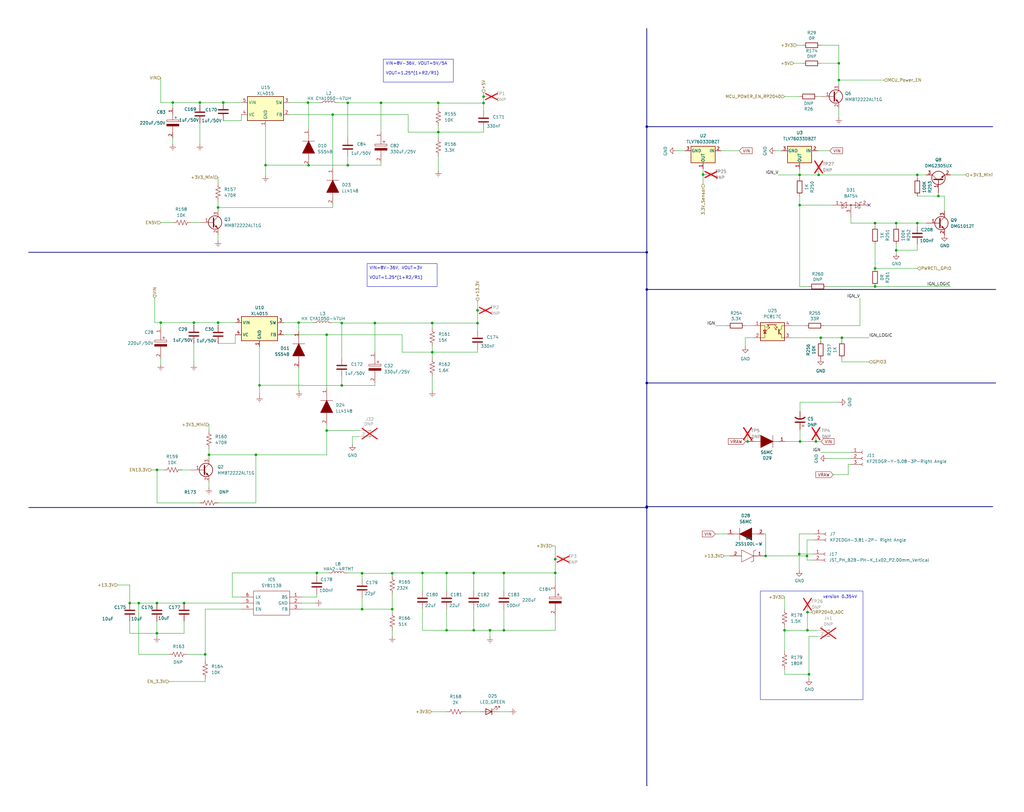
<source format=kicad_sch>
(kicad_sch (version 20231120) (generator "eeschema") (generator_version "8.0")
  (paper "User" 431 342)
  (junction (at 77.47 254))
  (junction (at 87.9567 191.5238))
  (junction (at 109.22 162.2591))
  (junction (at 66.04 266.7))
  (junction (at 295.91 73.4937))
  (junction (at 81.6019 135.89))
  (junction (at 314.6262 185.9298))
  (junction (at 133.35 241.3))
  (junction (at 66.04 254))
  (junction (at 200.9867 136.109))
  (junction (at 212.09 265.43))
  (junction (at 84.1419 43.18))
  (junction (at 160.3467 43.3232))
  (junction (at 181.9367 148.3438))
  (junction (at 386.08 73.66))
  (junction (at 345.44 142.24))
  (junction (at 129.5952 43.18))
  (junction (at 272.2111 106.2507))
  (junction (at 368.3 93.98))
  (junction (at 91.7921 135.89))
  (junction (at 272.2111 161.29))
  (junction (at 137.4867 181.3307))
  (junction (at 339.8499 265.43))
  (junction (at 368.3 120.65))
  (junction (at 72.7125 43.18))
  (junction (at 344.5606 73.66))
  (junction (at 368.3 113.03))
  (junction (at 184.4767 55.6338))
  (junction (at 212.09 241.3))
  (junction (at 330.2 265.43))
  (junction (at 354.33 142.24))
  (junction (at 203.5267 40.6677))
  (junction (at 137.4867 140.97))
  (junction (at 336.3771 233.348))
  (junction (at 111.76 69.5491))
  (junction (at 107.7044 191.5238))
  (junction (at 377.19 105.41))
  (junction (at 165.1 241.4213))
  (junction (at 336.722 185.9298))
  (junction (at 152.4 241.4213))
  (junction (at 336.55 86.36))
  (junction (at 336.55 73.66))
  (junction (at 339.6674 234.1477))
  (junction (at 129.8667 69.6038))
  (junction (at 272.2111 121.92))
  (junction (at 322.2448 234.1477))
  (junction (at 206.248 265.43))
  (junction (at 177.8 241.3))
  (junction (at 200.9867 130.7165))
  (junction (at 377.19 93.98))
  (junction (at 394.97 82.55))
  (junction (at 233.68 241.3))
  (junction (at 272.2111 53.34))
  (junction (at 340.4851 283.9561))
  (junction (at 143.8367 162.3138))
  (junction (at 187.96 265.43))
  (junction (at 66.0848 197.8738))
  (junction (at 91.7667 87.3838))
  (junction (at 152.4 256.54))
  (junction (at 146.3767 43.3232))
  (junction (at 140.0267 48.26))
  (junction (at 199.39 241.3))
  (junction (at 353.06 33.7136))
  (junction (at 67.6367 135.89))
  (junction (at 339.8499 257.81))
  (junction (at 386.08 93.98))
  (junction (at 54.61 254))
  (junction (at 343.4226 185.9298))
  (junction (at 157.8067 136.0332))
  (junction (at 272.2111 213.36))
  (junction (at 181.8942 136.0332))
  (junction (at 143.8367 136.0332))
  (junction (at 93.98 43.18))
  (junction (at 86.36 275.59))
  (junction (at 353.06 26.67))
  (junction (at 58.42 254))
  (junction (at 272.2111 213.7291))
  (junction (at 125.6954 135.89))
  (junction (at 203.5267 43.399))
  (junction (at 165.1 256.54))
  (junction (at 187.96 241.3))
  (junction (at 146.3767 69.6038))
  (junction (at 184.4342 43.3232))
  (junction (at 233.68 235.5096))
  (junction (at 199.39 265.43))
  (no_connect (at 365.76 86.36))
  (wire (pts (xy 81.6019 135.89) (xy 91.7921 135.89)))
  (wire (pts (xy 86.36 275.59) (xy 86.36 278.13)))
  (wire (pts (xy 140.0267 87.3838) (xy 140.0267 86.1138)))
  (wire (pts (xy 91.7667 88.6167) (xy 91.7825 88.6167)))
  (wire (pts (xy 177.8 241.3) (xy 165.1 241.3)))
  (wire (pts (xy 129.8667 54.3638) (xy 129.8667 43.18)))
  (wire (pts (xy 181.61 299.72) (xy 187.96 299.72)))
  (wire (pts (xy 137.4867 178.8238) (xy 137.4867 181.3307)))
  (wire (pts (xy 97.79 251.46) (xy 97.79 241.3)))
  (wire (pts (xy 143.8367 158.5038) (xy 143.8367 162.3138)))
  (wire (pts (xy 358.14 93.98) (xy 368.3 93.98)))
  (wire (pts (xy 133.35 241.3) (xy 133.35 242.57)))
  (wire (pts (xy 58.42 254) (xy 66.04 254)))
  (bus (pts (xy 272.2111 213.36) (xy 417.83 213.36)))
  (wire (pts (xy 111.76 69.5491) (xy 111.76 73.1676)))
  (wire (pts (xy 169.2367 148.3438) (xy 181.9367 148.3438)))
  (wire (pts (xy 203.5267 40.6677) (xy 203.5267 43.399)))
  (wire (pts (xy 203.5267 43.399) (xy 203.5267 46.7438)))
  (wire (pts (xy 157.8067 162.3138) (xy 143.8367 162.3138)))
  (wire (pts (xy 336.55 73.66) (xy 344.5606 73.66)))
  (wire (pts (xy 165.1 241.3) (xy 165.1 241.4213)))
  (bus (pts (xy 272.2111 161.29) (xy 419.1 161.29)))
  (wire (pts (xy 81.6019 137.16) (xy 81.6067 137.16)))
  (wire (pts (xy 339.6674 234.1477) (xy 339.6674 235.888)))
  (wire (pts (xy 377.19 102.87) (xy 377.19 105.41)))
  (wire (pts (xy 54.61 266.7) (xy 66.04 266.7)))
  (wire (pts (xy 284.48 63.5) (xy 288.29 63.5)))
  (wire (pts (xy 330.372 185.9298) (xy 336.722 185.9298)))
  (wire (pts (xy 80.3367 93.6967) (xy 80.3367 93.7338)))
  (wire (pts (xy 326.39 63.5) (xy 328.93 63.5)))
  (wire (pts (xy 109.22 162.2591) (xy 109.22 165.8776)))
  (wire (pts (xy 91.7667 101.3538) (xy 91.7667 98.7767)))
  (wire (pts (xy 314.6262 185.9298) (xy 315.132 185.9298)))
  (wire (pts (xy 339.8499 257.81) (xy 339.8499 265.43)))
  (wire (pts (xy 137.4867 181.3307) (xy 151.13 181.3307)))
  (wire (pts (xy 111.76 53.34) (xy 111.76 69.5491)))
  (wire (pts (xy 199.39 256.54) (xy 199.39 265.43)))
  (wire (pts (xy 199.39 265.43) (xy 206.248 265.43)))
  (wire (pts (xy 87.9542 191.5238) (xy 87.9542 192.835)))
  (wire (pts (xy 304.7183 234.112) (xy 304.7183 234.1477)))
  (wire (pts (xy 75.2542 197.915) (xy 75.2542 197.8738)))
  (wire (pts (xy 342.2775 235.888) (xy 339.6674 235.888)))
  (wire (pts (xy 195.58 299.72) (xy 201.93 299.72)))
  (wire (pts (xy 66.04 267.97) (xy 66.04 266.7)))
  (wire (pts (xy 143.51 136.0332) (xy 143.8367 136.0332)))
  (wire (pts (xy 143.8367 136.0332) (xy 157.8067 136.0332)))
  (wire (pts (xy 160.3467 55.6338) (xy 160.3467 43.3232)))
  (wire (pts (xy 91.7667 98.7767) (xy 91.7825 98.7767)))
  (wire (pts (xy 317.5 142.24) (xy 313.69 142.24)))
  (wire (pts (xy 397.51 82.55) (xy 394.97 82.55)))
  (wire (pts (xy 206.248 265.43) (xy 206.248 268.224)))
  (wire (pts (xy 84.1419 43.18) (xy 93.98 43.18)))
  (wire (pts (xy 199.39 241.3) (xy 187.96 241.3)))
  (bus (pts (xy 272.2111 161.29) (xy 272.2111 213.36)))
  (wire (pts (xy 353.06 26.67) (xy 345.44 26.67)))
  (wire (pts (xy 165.1 257.81) (xy 165.1 256.54)))
  (wire (pts (xy 336.55 86.36) (xy 350.52 86.36)))
  (wire (pts (xy 233.68 259.08) (xy 233.68 265.43)))
  (wire (pts (xy 132.0501 135.89) (xy 132.0501 135.8854)))
  (wire (pts (xy 121.92 43.18) (xy 129.5952 43.18)))
  (bus (pts (xy 12.0996 213.7291) (xy 272.2111 213.7291)))
  (wire (pts (xy 336.55 73.66) (xy 336.55 74.93)))
  (wire (pts (xy 87.9567 178.8238) (xy 87.9567 181.3638)))
  (wire (pts (xy 66.04 254) (xy 77.47 254)))
  (wire (pts (xy 157.8067 161.0438) (xy 157.8067 162.3138)))
  (wire (pts (xy 209.55 299.72) (xy 214.63 299.72)))
  (wire (pts (xy 67.6367 138.1838) (xy 67.6367 135.89)))
  (wire (pts (xy 87.9567 191.5238) (xy 107.7044 191.5238)))
  (wire (pts (xy 345.612 185.9298) (xy 343.4226 185.9298)))
  (wire (pts (xy 140.0267 48.26) (xy 140.0267 70.8738)))
  (wire (pts (xy 67.6367 135.89) (xy 81.6019 135.89)))
  (bus (pts (xy 12.0738 106.2507) (xy 272.2111 106.2507)))
  (wire (pts (xy 137.4867 181.3307) (xy 137.4867 191.5238)))
  (wire (pts (xy 54.61 261.62) (xy 54.61 266.7)))
  (wire (pts (xy 330.2 251.46) (xy 330.2 256.54)))
  (wire (pts (xy 91.7667 74.6838) (xy 91.7667 77.2238)))
  (wire (pts (xy 336.55 71.12) (xy 336.55 73.66)))
  (wire (pts (xy 386.08 93.98) (xy 389.89 93.98)))
  (wire (pts (xy 101.6 251.46) (xy 97.79 251.46)))
  (wire (pts (xy 109.22 146.05) (xy 109.22 162.2591)))
  (wire (pts (xy 101.6 256.54) (xy 86.36 256.54)))
  (wire (pts (xy 368.3 113.03) (xy 386.08 113.03)))
  (wire (pts (xy 353.06 26.67) (xy 353.06 33.7136)))
  (wire (pts (xy 133.35 241.3) (xy 138.43 241.3)))
  (wire (pts (xy 67.6367 93.7338) (xy 72.7167 93.7338)))
  (wire (pts (xy 181.9367 148.3438) (xy 181.9367 150.8838)))
  (wire (pts (xy 137.4867 140.97) (xy 169.2367 140.97)))
  (wire (pts (xy 177.8 241.3) (xy 177.8 248.92)))
  (wire (pts (xy 187.96 241.3) (xy 177.8 241.3)))
  (wire (pts (xy 330.2 283.9561) (xy 340.4851 283.9561)))
  (wire (pts (xy 157.8067 148.3438) (xy 157.8067 136.0332)))
  (wire (pts (xy 65.0967 125.4838) (xy 65.0967 135.89)))
  (wire (pts (xy 212.09 256.54) (xy 212.09 265.43)))
  (wire (pts (xy 86.36 287.02) (xy 86.36 285.75)))
  (wire (pts (xy 171.7767 55.6338) (xy 184.4767 55.6338)))
  (wire (pts (xy 212.09 241.3) (xy 212.09 248.92)))
  (wire (pts (xy 78.74 275.59) (xy 86.36 275.59)))
  (wire (pts (xy 165.1 250.19) (xy 165.1 256.54)))
  (wire (pts (xy 129.8667 69.5491) (xy 129.8667 69.6038)))
  (wire (pts (xy 146.05 43.3232) (xy 146.3767 43.3232)))
  (wire (pts (xy 353.06 33.7136) (xy 372.11 33.7136)))
  (wire (pts (xy 67.6367 150.8838) (xy 67.6367 153.4238)))
  (wire (pts (xy 336.3771 224.8877) (xy 336.3771 233.348)))
  (wire (pts (xy 93.98 50.8) (xy 101.6 50.8)))
  (wire (pts (xy 148.336 183.896) (xy 148.336 187.198)))
  (bus (pts (xy 272.2111 53.34) (xy 272.2111 106.2507)))
  (bus (pts (xy 272.2111 121.92) (xy 419.1 121.92)))
  (wire (pts (xy 350.692 199.8998) (xy 357.042 199.8998)))
  (wire (pts (xy 151.13 183.896) (xy 148.336 183.896)))
  (wire (pts (xy 184.4767 55.6338) (xy 184.4767 58.1738)))
  (wire (pts (xy 200.9867 136.109) (xy 200.9867 139.4538)))
  (bus (pts (xy 272.2111 121.92) (xy 272.2111 161.29)))
  (wire (pts (xy 184.4342 43.3232) (xy 184.4767 43.3232)))
  (wire (pts (xy 87.9542 205.4938) (xy 87.9567 205.4938)))
  (wire (pts (xy 212.09 241.3) (xy 199.39 241.3)))
  (wire (pts (xy 72.7125 58.1395) (xy 72.7125 60.7138)))
  (wire (pts (xy 339.6674 227.4277) (xy 339.6674 234.1477)))
  (wire (pts (xy 303.53 63.5) (xy 311.15 63.5)))
  (wire (pts (xy 184.4767 53.0938) (xy 184.4767 55.6338)))
  (wire (pts (xy 81.6067 137.16) (xy 81.6067 136.9138)))
  (wire (pts (xy 181.9367 148.3438) (xy 200.9867 148.3438)))
  (wire (pts (xy 313.862 185.9298) (xy 314.6262 185.9298)))
  (wire (pts (xy 386.08 102.87) (xy 386.08 105.41)))
  (wire (pts (xy 87.9567 188.9838) (xy 87.9567 191.5238)))
  (wire (pts (xy 146.3767 65.7938) (xy 146.3767 69.6038)))
  (wire (pts (xy 129.8667 43.18) (xy 129.5952 43.18)))
  (wire (pts (xy 313.69 137.16) (xy 317.5 137.16)))
  (wire (pts (xy 63.8267 197.8738) (xy 66.0848 197.8738)))
  (wire (pts (xy 109.22 162.2591) (xy 127.3267 162.2591)))
  (bus (pts (xy 272.2111 106.2507) (xy 272.2111 121.92)))
  (wire (pts (xy 233.68 229.87) (xy 233.68 235.5096)))
  (wire (pts (xy 300.99 137.16) (xy 306.07 137.16)))
  (wire (pts (xy 336.55 86.36) (xy 336.55 120.65)))
  (wire (pts (xy 342.2775 233.348) (xy 336.3771 233.348)))
  (wire (pts (xy 146.3767 43.3232) (xy 160.3467 43.3232)))
  (wire (pts (xy 54.61 254) (xy 58.42 254)))
  (wire (pts (xy 322.2448 224.8972) (xy 322.2448 234.1477)))
  (wire (pts (xy 65.0967 135.89) (xy 67.6367 135.89)))
  (wire (pts (xy 340.4851 283.9561) (xy 340.4851 285.9585)))
  (wire (pts (xy 386.08 95.25) (xy 386.08 93.98)))
  (wire (pts (xy 336.3771 233.348) (xy 336.3771 240.1882)))
  (wire (pts (xy 101.6 50.8) (xy 101.6 48.26)))
  (wire (pts (xy 332.74 137.16) (xy 339.09 137.16)))
  (wire (pts (xy 77.47 254) (xy 101.6 254)))
  (wire (pts (xy 181.9367 138.1838) (xy 181.9367 136.0332)))
  (wire (pts (xy 152.4 241.3) (xy 152.4 241.4213)))
  (wire (pts (xy 49.53 246.38) (xy 54.61 246.38)))
  (wire (pts (xy 394.97 82.55) (xy 394.97 81.28)))
  (wire (pts (xy 181.9367 145.8038) (xy 181.9367 148.3438)))
  (wire (pts (xy 111.76 69.5491) (xy 129.8667 69.5491)))
  (wire (pts (xy 353.06 45.72) (xy 353.06 49.53)))
  (wire (pts (xy 160.3467 43.3232) (xy 184.4342 43.3232)))
  (bus (pts (xy 272.2111 213.36) (xy 272.2111 213.7291)))
  (wire (pts (xy 125.73 154.94) (xy 125.73 164.7013)))
  (wire (pts (xy 233.68 246.38) (xy 233.68 241.3)))
  (wire (pts (xy 199.39 241.3) (xy 199.39 248.92)))
  (wire (pts (xy 200.9867 126.7538) (xy 200.9867 130.7165)))
  (wire (pts (xy 200.9867 136.109) (xy 181.8942 136.109)))
  (wire (pts (xy 84.1419 44.45) (xy 84.1419 43.18)))
  (bus (pts (xy 272.2111 213.7291) (xy 272.2111 330.8199)))
  (wire (pts (xy 233.68 235.5096) (xy 233.68 241.3)))
  (wire (pts (xy 66.04 261.62) (xy 66.04 266.7)))
  (wire (pts (xy 357.042 195.58) (xy 358.0952 195.58)))
  (wire (pts (xy 233.68 241.3) (xy 212.09 241.3)))
  (wire (pts (xy 184.4767 55.6338) (xy 203.5267 55.6338)))
  (wire (pts (xy 119.38 140.97) (xy 137.4867 140.97)))
  (wire (pts (xy 203.5267 55.6338) (xy 203.5267 54.3638)))
  (wire (pts (xy 187.96 241.3) (xy 187.96 248.92)))
  (wire (pts (xy 107.7044 211.7633) (xy 107.7044 191.5238)))
  (wire (pts (xy 330.2 265.43) (xy 330.2 274.32)))
  (wire (pts (xy 127.3267 162.3138) (xy 143.8367 162.3138)))
  (wire (pts (xy 353.06 33.7136) (xy 353.06 35.56)))
  (wire (pts (xy 91.7667 87.3838) (xy 140.0267 87.3838)))
  (wire (pts (xy 84.1625 93.6967) (xy 80.3367 93.6967)))
  (wire (pts (xy 295.91 71.12) (xy 295.91 73.4937)))
  (wire (pts (xy 353.06 19.05) (xy 353.06 26.67)))
  (wire (pts (xy 304.7183 234.1477) (xy 307.0048 234.1477)))
  (wire (pts (xy 344.17 265.43) (xy 339.8499 265.43)))
  (wire (pts (xy 361.95 137.16) (xy 346.71 137.16)))
  (wire (pts (xy 152.4 251.46) (xy 152.4 256.54)))
  (wire (pts (xy 75.2542 197.8738) (xy 76.5267 197.8738)))
  (wire (pts (xy 84.1467 44.45) (xy 84.1467 44.2038)))
  (wire (pts (xy 91.7921 144.6065) (xy 99.06 144.6065)))
  (wire (pts (xy 295.91 73.4937) (xy 295.91 77.47)))
  (wire (pts (xy 86.36 256.54) (xy 86.36 275.59)))
  (wire (pts (xy 160.3467 68.3338) (xy 160.3467 69.6038)))
  (wire (pts (xy 67.6367 32.7738) (xy 67.6367 43.18)))
  (wire (pts (xy 125.6954 135.89) (xy 132.0501 135.89)))
  (wire (pts (xy 377.19 105.41) (xy 386.08 105.41)))
  (wire (pts (xy 81.6067 144.5338) (xy 81.6067 153.4238)))
  (wire (pts (xy 91.7921 135.89) (xy 99.06 135.89)))
  (wire (pts (xy 151.13 181.3307) (xy 151.13 181.356)))
  (wire (pts (xy 368.3 93.98) (xy 368.3 95.25)))
  (wire (pts (xy 184.4342 43.399) (xy 184.4342 43.3232)))
  (wire (pts (xy 344.17 267.97) (xy 340.4851 267.97)))
  (wire (pts (xy 344.5606 73.66) (xy 386.08 73.66)))
  (wire (pts (xy 342.6375 224.8877) (xy 336.3771 224.8877)))
  (wire (pts (xy 146.05 43.1754) (xy 146.05 43.3232)))
  (wire (pts (xy 66.0848 197.8738) (xy 68.9067 197.8738)))
  (wire (pts (xy 87.9542 202.995) (xy 87.9542 205.4938)))
  (wire (pts (xy 233.68 265.43) (xy 212.09 265.43)))
  (wire (pts (xy 336.55 82.55) (xy 336.55 86.36)))
  (wire (pts (xy 71.12 287.02) (xy 86.36 287.02)))
  (wire (pts (xy 357.042 199.8998) (xy 357.042 195.58)))
  (wire (pts (xy 125.6954 139.7) (xy 125.73 139.7)))
  (wire (pts (xy 377.19 105.41) (xy 377.19 106.68)))
  (wire (pts (xy 345.44 19.05) (xy 353.06 19.05)))
  (wire (pts (xy 165.1 256.54) (xy 152.4 256.54)))
  (wire (pts (xy 160.3467 69.6038) (xy 146.3767 69.6038)))
  (wire (pts (xy 91.7921 135.89) (xy 91.7921 136.9865)))
  (wire (pts (xy 306.2339 224.8877) (xy 301.0365 224.8877)))
  (wire (pts (xy 109.2247 165.8776) (xy 109.2247 166.707)))
  (wire (pts (xy 345.44 142.24) (xy 332.74 142.24)))
  (wire (pts (xy 187.96 265.43) (xy 199.39 265.43)))
  (wire (pts (xy 72.7125 45.4395) (xy 72.7125 43.18)))
  (wire (pts (xy 143.51 135.8854) (xy 139.6701 135.8854)))
  (wire (pts (xy 133.35 250.19) (xy 133.35 251.46)))
  (wire (pts (xy 340.4851 267.97) (xy 340.4851 283.9561)))
  (wire (pts (xy 66.0848 211.7633) (xy 66.0848 197.8738)))
  (wire (pts (xy 334.01 26.67) (xy 337.82 26.67)))
  (wire (pts (xy 339.6674 227.4277) (xy 342.6375 227.4277)))
  (wire (pts (xy 330.2 281.94) (xy 330.2 283.9561)))
  (wire (pts (xy 203.5267 39.1238) (xy 203.5267 40.6677)))
  (wire (pts (xy 66.04 266.7) (xy 77.47 266.7)))
  (wire (pts (xy 87.9542 191.5238) (xy 87.9567 191.5238)))
  (wire (pts (xy 386.08 74.93) (xy 386.08 73.66)))
  (wire (pts (xy 181.8942 136.109) (xy 181.8942 136.0332)))
  (wire (pts (xy 58.42 275.59) (xy 58.42 254)))
  (wire (pts (xy 129.5952 43.18) (xy 129.5952 43.1754)))
  (wire (pts (xy 54.61 246.38) (xy 54.61 254)))
  (wire (pts (xy 232.41 229.87) (xy 233.68 229.87)))
  (wire (pts (xy 165.1 242.57) (xy 165.1 241.4213)))
  (wire (pts (xy 125.73 164.7013) (xy 125.8771 164.7013)))
  (wire (pts (xy 146.05 43.1754) (xy 142.2101 43.1754)))
  (wire (pts (xy 84.1515 211.7633) (xy 66.0848 211.7633)))
  (wire (pts (xy 140.0267 48.26) (xy 171.7767 48.26)))
  (bus (pts (xy 272.2111 330.8199) (xy 272.3431 330.8199)))
  (wire (pts (xy 121.92 48.26) (xy 140.0267 48.26)))
  (wire (pts (xy 330.2 264.16) (xy 330.2 265.43)))
  (wire (pts (xy 165.1 241.4213) (xy 152.4 241.4213)))
  (wire (pts (xy 344.17 63.5) (xy 349.25 63.5)))
  (wire (pts (xy 347.98 120.65) (xy 368.3 120.65)))
  (wire (pts (xy 184.4767 45.4738) (xy 184.4767 43.3232)))
  (wire (pts (xy 361.95 125.73) (xy 361.95 137.16)))
  (wire (pts (xy 111.7647 73.1676) (xy 111.7647 73.997)))
  (wire (pts (xy 152.4 256.54) (xy 127 256.54)))
  (wire (pts (xy 354.33 142.24) (xy 345.44 142.24)))
  (wire (pts (xy 129.5952 43.1754) (xy 134.5901 43.1754)))
  (wire (pts (xy 157.8067 136.0332) (xy 181.8942 136.0332)))
  (wire (pts (xy 336.722 169.4198) (xy 336.722 173.2298)))
  (wire (pts (xy 77.47 261.62) (xy 77.47 266.7)))
  (wire (pts (xy 377.19 93.98) (xy 377.19 95.25)))
  (wire (pts (xy 137.4867 140.97) (xy 137.4867 163.5838)))
  (wire (pts (xy 400.05 120.65) (xy 368.3 120.65)))
  (wire (pts (xy 206.248 265.43) (xy 212.09 265.43)))
  (wire (pts (xy 327.66 73.66) (xy 336.55 73.66)))
  (wire (pts (xy 72.7125 60.7138) (xy 72.7167 60.7138)))
  (wire (pts (xy 306.2339 224.8972) (xy 306.2339 224.8877)))
  (wire (pts (xy 72.7125 43.18) (xy 84.1419 43.18)))
  (wire (pts (xy 177.8 256.54) (xy 177.8 265.43)))
  (wire (pts (xy 143.8367 136.0332) (xy 143.8367 150.8838)))
  (wire (pts (xy 200.9867 148.3438) (xy 200.9867 147.0738)))
  (wire (pts (xy 347.98 193.04) (xy 358.0952 193.04)))
  (wire (pts (xy 341.63 257.81) (xy 339.8499 257.81)))
  (wire (pts (xy 99.06 144.6065) (xy 99.06 140.97)))
  (wire (pts (xy 146.3767 43.3232) (xy 146.3767 58.1738)))
  (wire (pts (xy 339.8499 265.43) (xy 330.2 265.43)))
  (wire (pts (xy 365.76 152.4) (xy 354.33 152.4)))
  (wire (pts (xy 177.8 265.43) (xy 187.96 265.43)))
  (wire (pts (xy 129.8667 69.6038) (xy 146.3767 69.6038)))
  (wire (pts (xy 127.3267 162.2591) (xy 127.3267 162.3138)))
  (wire (pts (xy 368.3 102.87) (xy 368.3 113.03)))
  (wire (pts (xy 109.22 165.8776) (xy 109.2247 165.8776)))
  (wire (pts (xy 397.51 82.55) (xy 397.51 88.9)))
  (wire (pts (xy 184.4767 65.7938) (xy 184.4767 71.8898)))
  (wire (pts (xy 84.1419 44.45) (xy 84.1467 44.45)))
  (wire (pts (xy 386.08 93.98) (xy 377.19 93.98)))
  (wire (pts (xy 67.6367 43.18) (xy 72.7125 43.18)))
  (wire (pts (xy 187.96 256.54) (xy 187.96 265.43)))
  (wire (pts (xy 354.33 142.24) (xy 365.76 142.24)))
  (wire (pts (xy 71.12 275.59) (xy 58.42 275.59)))
  (wire (pts (xy 400.05 73.66) (xy 406.4 73.66)))
  (wire (pts (xy 386.08 73.66) (xy 389.89 73.66)))
  (wire (pts (xy 340.36 120.65) (xy 336.55 120.65)))
  (wire (pts (xy 91.7667 87.3838) (xy 91.7667 88.6167)))
  (wire (pts (xy 200.9867 130.7165) (xy 200.9867 136.109)))
  (wire (pts (xy 377.19 93.98) (xy 368.3 93.98)))
  (wire (pts (xy 169.2367 140.97) (xy 169.2367 148.3438)))
  (wire (pts (xy 354.33 152.4) (xy 354.33 151.13)))
  (wire (pts (xy 203.5267 43.399) (xy 184.4342 43.399)))
  (wire (pts (xy 330.2 40.64) (xy 336.55 40.64)))
  (wire (pts (xy 345.44 190.5) (xy 358.0952 190.5)))
  (wire (pts (xy 75.2542 197.915) (xy 80.3342 197.915)))
  (wire (pts (xy 345.44 142.24) (xy 345.44 143.51)))
  (wire (pts (xy 91.7667 84.8438) (xy 91.7667 87.3838)))
  (wire (pts (xy 181.9367 158.5038) (xy 181.9367 164.5998)))
  (wire (pts (xy 81.6019 137.16) (xy 81.6019 135.89)))
  (wire (pts (xy 322.2448 234.1477) (xy 339.6674 234.1477)))
  (wire (pts (xy 171.7767 48.26) (xy 171.7767 55.6338)))
  (wire (pts (xy 133.35 251.46) (xy 127 251.46)))
  (wire (pts (xy 354.33 143.51) (xy 354.33 142.24)))
  (wire (pts (xy 146.05 241.3) (xy 152.4 241.3)))
  (wire (pts (xy 84.1467 51.8238) (xy 84.1467 60.7138)))
  (wire (pts (xy 336.722 185.9298) (xy 343.4226 185.9298)))
  (wire (pts (xy 335.28 19.05) (xy 337.82 19.05)))
  (wire (pts (xy 107.7044 191.5238) (xy 137.4867 191.5238)))
  (wire (pts (xy 353.232 169.4198) (xy 336.722 169.4198)))
  (wire (pts (xy 165.1 265.43) (xy 165.1 267.97)))
  (wire (pts (xy 119.38 135.89) (xy 125.6954 135.89)))
  (wire (pts (xy 344.17 40.64) (xy 345.44 40.64)))
  (wire (pts (xy 313.69 142.24) (xy 313.69 146.05)))
  (wire (pts (xy 127 254) (xy 132.8116 254)))
  (wire (pts (xy 336.722 180.8498) (xy 336.722 185.9298)))
  (wire (pts (xy 181.8942 136.0332) (xy 181.9367 136.0332)))
  (wire (pts (xy 143.51 135.8854) (xy 143.51 136.0332)))
  (wire (pts (xy 386.08 82.55) (xy 394.97 82.55)))
  (bus (pts (xy 272.2111 53.34) (xy 417.83 53.34)))
  (wire (pts (xy 93.98 43.18) (xy 101.6 43.18)))
  (wire (pts (xy 321.4739 224.8972) (xy 322.2448 224.8972)))
  (bus (pts (xy 272.2111 12.0238) (xy 272.2111 53.34)))
  (wire (pts (xy 152.4 241.4213) (xy 152.4 243.84)))
  (wire (pts (xy 111.76 73.1676) (xy 111.7647 73.1676)))
  (wire (pts (xy 97.79 241.3) (xy 133.35 241.3)))
  (wire (pts (xy 91.7715 211.7633) (xy 107.7044 211.7633)))
  (wire (pts (xy 125.6954 135.89) (xy 125.6954 139.7)))
  (wire (pts (xy 358.14 91.44) (xy 358.14 93.98)))
  (rectangle (start 320.04 248.92) (end 363.22 294.64))
  (text_box "VIN=8V-36V, VOUT=3V\n\nVOUT=1.25*(1+R2/R1)" (at 154.5047 111.0058 0) (size 29.464 9.652) (effects (font (size 1.27 1.27)) (justify left top)))
  (text_box "VIN=8V-36V, VOUT=5V/5A\n\nVOUT=1.25*(1+R2/R1)" (at 161.3627 24.8998 0) (size 29.464 9.652) (effects (font (size 1.27 1.27)) (justify left top)))
  (text "version 0.354V\n" (at 353.568 251.46 0) (effects (font (size 1.27 1.27))))
  (label "IGN" (at 345.44 190.5 180))
  (label "IGN_V" (at 327.66 73.66 180))
  (label "IGN_V" (at 361.95 125.73 180))
  (label "IGN" (at 300.99 137.16 180))
  (label "IGN_LOGIC" (at 365.76 142.24 0))
  (label "IGN_LOGIC" (at 400.05 120.65 180))
  (global_label "VIN" (shape input) (at 311.15 63.5 0) (property "Intersheetrefs" "${INTERSHEET_REFS}" (effects (hide yes))))
  (global_label "VRAW" (shape input) (at 350.692 199.8998 180) (property "Intersheetrefs" "${INTERSHEET_REFS}" (effects (hide yes))))
  (global_label "VIN" (shape input) (at 301.0365 224.8877 180) (property "Intersheetrefs" "${INTERSHEET_REFS}" (effects (hide yes))))
  (global_label "VRAW" (shape input) (at 313.862 185.9298 180) (property "Intersheetrefs" "${INTERSHEET_REFS}" (effects (hide yes))))
  (global_label "VIN" (shape input) (at 345.612 185.9298 0) (property "Intersheetrefs" "${INTERSHEET_REFS}" (effects (hide yes))))
  (global_label "VIN" (shape input) (at 349.25 63.5 0) (property "Intersheetrefs" "${INTERSHEET_REFS}" (effects (hide yes))))
  (hierarchical_label "EN5V" (shape input) (at 67.6367 93.7338 180))
  (hierarchical_label "MCU_POWER_EN_RP2040" (shape input) (at 330.2 40.64 180))
  (hierarchical_label "RP2040_ADC" (shape input) (at 341.63 257.81 0))
  (hierarchical_label "+13.3V" (shape input) (at 49.53 246.38 180))
  (hierarchical_label "+5V" (shape input) (at 203.5267 39.1238 90))
  (hierarchical_label "+3V3_Mini" (shape input) (at 406.4 73.66 0))
  (hierarchical_label "+5V" (shape input) (at 334.01 26.67 180))
  (hierarchical_label "VIN" (shape input) (at 65.0967 125.4838 90))
  (hierarchical_label "EN_3.3V" (shape input) (at 71.12 287.02 180))
  (hierarchical_label "EN13.3V" (shape input) (at 63.8267 197.8738 180))
  (hierarchical_label "MCU_Power_EN" (shape input) (at 372.11 33.7136 0))
  (hierarchical_label "+3V3_Mini" (shape input) (at 91.7667 74.6838 180))
  (hierarchical_label "+3V3_Mini" (shape input) (at 87.9567 178.8238 180))
  (hierarchical_label "+3V3" (shape input) (at 330.2 251.46 180))
  (hierarchical_label "+13.3V" (shape input) (at 200.9867 126.7538 90))
  (hierarchical_label "VIN" (shape input) (at 67.6367 32.7738 180))
  (hierarchical_label "PWRCTL_GPIO" (shape input) (at 386.08 113.03 0))
  (hierarchical_label "GPIO3" (shape input) (at 365.76 152.4 0))
  (hierarchical_label "+3V3" (shape input) (at 181.61 299.72 180))
  (hierarchical_label "+3V3" (shape input) (at 232.41 229.87 180))
  (hierarchical_label "+13.3V" (shape input) (at 304.7183 234.112 180))
  (hierarchical_label "3.3V_Sensor" (shape input) (at 295.91 77.47 270))
  (hierarchical_label "+3V3" (shape input) (at 335.28 19.05 180))
  (symbol (lib_id "Device:R_US") (at 181.9367 154.6938 0) (unit 1)
    (property "Reference" "R162" (at 184.4767 153.4237 0) (effects (justify left)))
    (property "Value" "1.6K" (at 184.4767 155.9637 0) (effects (justify left)))
    (property "Footprint" "Resistor_SMD:R_0603_1608Metric" (effects (hide yes)))
    (property "Description" "Resistor, US symbol" (effects (hide yes)))
    (property "MPN" "0603WAF1601T5E" (effects (hide yes)))
  )
  (symbol (lib_id "Device:R") (at 309.88 137.16 270) (unit 1)
    (property "Reference" "R254" (at 309.88 131.9022 90))
    (property "Value" "3.3K" (at 309.88 134.2136 90))
    (property "Footprint" "Resistor_SMD:R_0603_1608Metric" (effects (hide yes)))
    (property "MPN" "0603WAF3301T5E" (effects (hide yes)))
  )
  (symbol (lib_id "power:GND") (at 284.48 63.5 270) (unit 1)
    (property "Reference" "#PWR0125" (effects (hide yes)))
    (property "Value" "GND" (at 280.0858 63.627 0))
  )
  (symbol (lib_id "Device:L") (at 135.8601 135.8854 90) (unit 1)
    (property "Reference" "L3" (at 135.8601 132.0754 90))
    (property "Value" "HX CYA1050-47UH" (at 136.0742 134.1794 90))
    (property "Footprint" "CYA1050-47UH:L_Bourns_SRR1208_12.7x12.7mm" (effects (hide yes)))
    (property "MPN" "HX CYA1050-47UH" (effects (hide yes)))
  )
  (symbol (lib_id "SS54B:SS54B") (at 129.8667 54.3638 270) (unit 1)
    (property "Reference" "D10" (at 133.6767 61.3488 90) (effects (justify left)))
    (property "Value" "SS54B" (at 133.6767 63.8888 90) (effects (justify left)))
    (property "Footprint" "Library:SS54B" (effects (hide yes)))
    (property "Datasheet" "https://datasheet.datasheetarchive.com/originals/distributors/Datasheets-3/DSA-43270.pdf" (effects (hide yes)))
    (property "Description" "HY Electronic Corp SS54B, SMT Rectifier Schottky Diode, 40V 5A, 2-Pin SMB" (effects (hide yes)))
    (property "Height" "2.44" (effects (hide yes)))
    (property "Manufacturer_Name" "HY Electronic" (effects (hide yes)))
    (property "Manufacturer_Part_Number" "SS54B" (effects (hide yes)))
    (property "MPN" "SS54B" (effects (hide yes)))
  )
  (symbol (lib_id "Device:R_US") (at 181.9367 141.9938 0) (unit 1)
    (property "Reference" "R161" (at 184.4767 140.7237 0) (effects (justify left)))
    (property "Value" "15K" (at 184.4767 143.2637 0) (effects (justify left)))
    (property "Footprint" "Resistor_SMD:R_0603_1608Metric" (effects (hide yes)))
    (property "Description" "Resistor, US symbol" (effects (hide yes)))
    (property "MPN" "0603WAF1502T5E" (effects (hide yes)))
  )
  (symbol (lib_id "Device:R") (at 344.17 120.65 270) (unit 1)
    (property "Reference" "R260" (at 344.17 115.3922 90))
    (property "Value" "DNP" (at 344.17 117.7036 90))
    (property "Footprint" "Resistor_SMD:R_0603_1608Metric" (effects (hide yes)))
  )
  (symbol (lib_id "Device:R_US") (at 72.7167 197.8738 90) (unit 1)
    (property "Reference" "R159" (at 72.4627 192.2858 90))
    (property "Value" "10K" (at 72.4627 194.8258 90))
    (property "Footprint" "Resistor_SMD:R_0603_1608Metric" (effects (hide yes)))
    (property "Description" "Resistor, US symbol" (effects (hide yes)))
    (property "MPN" "0603WAF1002T5E" (effects (hide yes)))
  )
  (symbol (lib_id "Device:C") (at 187.96 252.73 180) (unit 1)
    (property "Reference" "C181" (at 189.484 250.444 0) (effects (justify right)))
    (property "Value" "22uF" (at 188.976 255.016 0) (effects (justify right)))
    (property "Footprint" "Capacitor_SMD:C_0603_1608Metric" (effects (hide yes)))
    (property "MPN" "CL10A226MQ8NRNC" (effects (hide yes)))
  )
  (symbol (lib_id "power:GND") (at 326.39 63.5 270) (unit 1)
    (property "Reference" "#PWR0124" (effects (hide yes)))
    (property "Value" "GND" (at 321.9958 63.627 0))
  )
  (symbol (lib_id "power:GND") (at 340.4851 285.9585 0) (unit 1)
    (property "Reference" "#PWR0237" (effects (hide yes)))
    (property "Value" "GND" (at 340.6121 290.3527 0))
  )
  (symbol (lib_id "Device:C") (at 177.8 252.73 180) (unit 1)
    (property "Reference" "C180" (at 179.324 250.444 0) (effects (justify right)))
    (property "Value" "22uF" (at 178.816 255.016 0) (effects (justify right)))
    (property "Footprint" "Capacitor_SMD:C_0603_1608Metric" (effects (hide yes)))
    (property "MPN" "CL10A226MQ8NRNC" (effects (hide yes)))
  )
  (symbol (lib_id "Device:R_US") (at 191.77 299.72 90) (unit 1)
    (property "Reference" "R168" (at 191.77 293.37 90))
    (property "Value" "2K" (at 191.77 295.91 90))
    (property "Footprint" "Resistor_SMD:R_0603_1608Metric" (effects (hide yes)))
    (property "Description" "Resistor, US symbol" (effects (hide yes)))
    (property "MPN" "0603WAF2001T5E" (effects (hide yes)))
  )
  (symbol (lib_id "Device:C") (at 152.4 247.65 180) (unit 1)
    (property "Reference" "C179" (at 153.924 245.364 0) (effects (justify right)))
    (property "Value" "22pF" (at 153.416 249.936 0) (effects (justify right)))
    (property "Footprint" "Capacitor_SMD:C_0603_1608Metric" (effects (hide yes)))
    (property "MPN" "CL10C220JB8NNNC" (effects (hide yes)))
  )
  (symbol (lib_id "Device:C") (at 133.35 246.38 180) (unit 1)
    (property "Reference" "C178" (at 134.874 244.094 0) (effects (justify right)))
    (property "Value" "100nF" (at 134.366 248.666 0) (effects (justify right)))
    (property "Footprint" "Capacitor_SMD:C_0603_1608Metric" (effects (hide yes)))
    (property "MPN" "0603B104K500NT" (effects (hide yes)))
  )
  (symbol (lib_id "Device:C") (at 54.61 257.81 180) (unit 1)
    (property "Reference" "C175" (at 48.006 255.778 0) (effects (justify right)))
    (property "Value" "10uF" (at 42.926 260.604 0) (effects (justify right)))
    (property "Footprint" "Capacitor_SMD:C_0603_1608Metric" (effects (hide yes)))
    (property "MPN" " CL10A106MO8NQNC" (effects (hide yes)))
  )
  (symbol (lib_id "power:Earth") (at 87.9567 205.4938 0) (unit 1)
    (property "Reference" "#PWR0193" (effects (hide yes)))
    (property "Value" "Earth" (effects (hide yes)))
    (property "Description" "Power symbol creates a global label with name \"Earth\"" (effects (hide yes)))
  )
  (symbol (lib_name "GND_1") (lib_id "power:GND") (at 148.336 187.198 0) (unit 1)
    (property "Reference" "#PWR0163" (effects (hide yes)))
    (property "Value" "GND" (at 148.336 191.77 0))
    (property "Description" "Power symbol creates a global label with name \"GND\" , ground" (effects (hide yes)))
  )
  (symbol (lib_id "Device:R") (at 368.3 116.84 180) (unit 1)
    (property "Reference" "R261" (at 373.5578 116.84 90))
    (property "Value" "0R" (at 371.2464 116.84 90))
    (property "Footprint" "Resistor_SMD:R_0603_1608Metric" (effects (hide yes)))
    (property "MPN" "0603WAF0000T5E" (effects (hide yes)))
  )
  (symbol (lib_id "power:Earth") (at 353.06 49.53 0) (unit 1)
    (property "Reference" "#PWR049" (effects (hide yes)))
    (property "Value" "Earth" (effects (hide yes)))
    (property "Description" "Power symbol creates a global label with name \"Earth\"" (effects (hide yes)))
  )
  (symbol (lib_id "power:Earth") (at 81.6067 153.4238 0) (unit 1)
    (property "Reference" "#PWR0192" (effects (hide yes)))
    (property "Value" "Earth" (effects (hide yes)))
    (property "Description" "Power symbol creates a global label with name \"Earth\"" (effects (hide yes)))
  )
  (symbol (lib_id "Device:L") (at 142.24 241.3 90) (unit 1)
    (property "Reference" "L8" (at 142.24 237.49 90))
    (property "Value" "HA42-4R7MT" (at 142.4541 239.594 90))
    (property "Footprint" "Pro V3:Inductor_0402_4.7uH" (effects (hide yes)))
    (property "MPN" "HA42-4R7MT" (effects (hide yes)))
  )
  (symbol (lib_id "Sensor_Proximity:SFH9201") (at 325.12 139.7 0) (unit 1)
    (property "Reference" "U25" (at 325.12 130.81 0))
    (property "Value" "PC817C" (at 325.12 133.35 0))
    (property "Footprint" "HDMI 2.0 TX:PC817" (effects (hide yes)))
    (property "MPN" "PC817C_4PIN_SMD" (effects (hide yes)))
  )
  (symbol (lib_id "Device:C") (at 386.08 99.06 180) (unit 1)
    (property "Reference" "C208" (at 387.604 96.774 0) (effects (justify right)))
    (property "Value" "100nF" (at 387.096 101.346 0) (effects (justify right)))
    (property "Footprint" "Capacitor_SMD:C_0603_1608Metric" (effects (hide yes)))
    (property "MPN" "0603B104K500NT" (effects (hide yes)))
  )
  (symbol (lib_id "power:GND") (at 347.98 193.04 270) (unit 1)
    (property "Reference" "#PWR0207" (effects (hide yes)))
    (property "Value" "GND" (at 343.5858 193.167 0))
  )
  (symbol (lib_id "UWT1E331MNL1GS:UWT1E331MNL1GS") (at 160.3467 55.6338 270) (unit 1)
    (property "Reference" "C82" (at 164.1567 61.3488 90) (effects (justify left)))
    (property "Value" "330uF/25V" (at 164.1567 63.8888 90) (effects (justify left)))
    (property "Footprint" "Capacitor_SMD:C_Elec_8x10.2" (effects (hide yes)))
    (property "Datasheet" "https://datasheet.lcsc.com/lcsc/2211031700_KNSCHA-RVT330UF25V167RV0055_C5246574.pdf" (effects (hide yes)))
    (property "Description" "Nichicon Aluminium Electrolytic Capacitor 330uF 25V dc 8mm WT Series, Surface Mount Electrolytic, +/-20% 8 (Dia.) x 10mm" (effects (hide yes)))
    (property "Height" "10.5" (effects (hide yes)))
    (property "Manufacturer_Name" "Nichicon" (effects (hide yes)))
    (property "Manufacturer_Part_Number" "RVT330UF25V167RV0055 " (effects (hide yes)))
    (property "MPN" "RVT1E331M0810" (effects (hide yes)))
  )
  (symbol (lib_id "Device:R_US") (at 76.5267 93.7338 90) (unit 1)
    (property "Reference" "R158" (at 76.2727 88.1458 90))
    (property "Value" "10K" (at 76.2727 90.6858 90))
    (property "Footprint" "Resistor_SMD:R_0603_1608Metric" (effects (hide yes)))
    (property "Description" "Resistor, US symbol" (effects (hide yes)))
    (property "MPN" "0603WAF1002T5E" (effects (hide yes)))
  )
  (symbol (lib_name "LM1117-3.3_1") (lib_id "Regulator_Linear:LM1117-3.3") (at 336.55 63.5 0) (unit 1)
    (property "Reference" "U3" (at 336.55 55.88 0))
    (property "Value" "TLV76033DBZT" (at 336.55 58.42 0))
    (property "Footprint" "Package_TO_SOT_SMD:SOT-23" (effects (hide yes)))
    (property "Datasheet" "http://www.ti.com/lit/ds/symlink/lm1117.pdf" (effects (hide yes)))
    (property "MPN" "TLV76033DBZT" (effects (hide yes)))
  )
  (symbol (lib_id "SS54B:SS54B") (at 330.372 185.9298 180) (unit 1)
    (property "Reference" "D29" (at 322.9 192.9067 0))
    (property "Value" "S6MC" (at 322.6896 190.5224 0))
    (property "Footprint" "Diode_SMD:S6MC" (effects (hide yes)))
    (property "Datasheet" "https://www.lcsc.com/product-detail/Diodes-General-Purpose_Shandong-Jingdao-Microelectronics-S6MC_C382843.html" (effects (hide yes)))
    (property "Manufacturer_Part_Number" "SS54B" (effects (hide yes)))
    (property "Mouser Part Number" "S6MC" (effects (hide yes)))
    (property "MPN" "S6MC" (effects (hide yes)))
  )
  (symbol (lib_id "Device:R_US") (at 91.7667 81.0338 0) (unit 1)
    (property "Reference" "R157" (at 94.3067 79.7637 0) (effects (justify left)))
    (property "Value" "470R" (at 94.3067 82.3037 0) (effects (justify left)))
    (property "Footprint" "Resistor_SMD:R_0603_1608Metric" (effects (hide yes)))
    (property "Description" "Resistor, US symbol" (effects (hide yes)))
    (property "MPN" "0603WAF4700T5E" (effects (hide yes)))
  )
  (symbol (lib_id "Connector:Conn_01x02_Pin") (at 156.21 181.356 0) (mirror y) (unit 1) (dnp yes)
    (property "Reference" "J32" (at 155.575 176.53 0))
    (property "Value" "DNP " (at 155.702 178.562 0))
    (property "Footprint" "Connector_PinHeader_2.54mm:PinHeader_1x02_P2.54mm_Vertical" (effects (hide yes)))
    (property "Description" "Generic connector, single row, 01x02, script generated" (effects (hide yes)))
  )
  (symbol (lib_id "Device:R") (at 341.63 26.67 270) (unit 1)
    (property "Reference" "R174" (at 341.63 21.4122 90))
    (property "Value" "DNP" (at 341.63 23.7236 90))
    (property "Footprint" "Resistor_SMD:R_0603_1608Metric" (effects (hide yes)))
    (instances (project "MXVR_3566" (path "" (reference "R174") (unit 1))) (project "RP2040" (path "" (reference "R50") (unit 1))))
  )
  (symbol (lib_id "Device:C") (at 81.6067 140.7238 180) (unit 1)
    (property "Reference" "C29" (at 75.0027 138.6918 0) (effects (justify right)))
    (property "Value" "1uF/50V" (at 72.7167 143.2638 0) (effects (justify right)))
    (property "Footprint" "Capacitor_SMD:C_0603_1608Metric" (effects (hide yes)))
    (property "MPN" "CL10A105KB8NNNC" (effects (hide yes)))
  )
  (symbol (lib_id "power:GND") (at 313.69 146.05 0) (unit 1)
    (property "Reference" "#PWR0224" (effects (hide yes)))
    (property "Value" "GND" (at 313.69 151.13 0))
    (property "Description" "Power symbol creates a global label with name \"GND\" , ground" (effects (hide yes)))
  )
  (symbol (lib_id "Connector:TestPoint") (at 344.5606 73.66 0) (unit 1) (dnp yes)
    (property "Reference" "TP27" (at 346.2479 69.0879 0) (effects (justify left)))
    (property "Value" "DNP" (at 346.2479 71.6279 0) (effects (justify left)))
    (property "Footprint" "TestPoint:TestPoint_Pad_1.0x1.0mm" (effects (hide yes)))
    (property "Description" "test point" (effects (hide yes)))
  )
  (symbol (lib_id "power:Earth") (at 72.7167 60.7138 0) (unit 1)
    (property "Reference" "#PWR0143" (effects (hide yes)))
    (property "Value" "Earth" (effects (hide yes)))
    (property "Description" "Power symbol creates a global label with name \"Earth\"" (effects (hide yes)))
  )
  (symbol (lib_id "UWT1H221MNL1GS:UWT1H221MNL1GS") (at 233.68 246.38 270) (unit 1)
    (property "Reference" "C184" (at 226.822 248.158 90) (effects (justify left)))
    (property "Value" "220uF" (at 219.71 252.73 90) (effects (justify left)))
    (property "Footprint" "Capacitor_SMD:CP_Elec_6.3x7.7" (effects (hide yes)))
    (property "Datasheet" "https://datasheet.lcsc.com/lcsc/2108241130_KNSCHA-RVT220UF16V67RV0015_C2887273.pdf" (effects (hide yes)))
    (property "Description" "Capacitor lytic SMD WT Series 50V 220uF" (effects (hide yes)))
    (property "Height" "7.7" (effects (hide yes)))
    (property "Manufacturer_Part_Number" "RVT220UF16V67RV0015" (effects (hide yes)))
    (property "MPN" "RVT220UF16V67RV0015" (effects (hide yes)))
  )
  (symbol (lib_id "power:Earth") (at 109.2247 166.707 0) (mirror y) (unit 1)
    (property "Reference" "#PWR0194" (effects (hide yes)))
    (property "Value" "Earth" (effects (hide yes)))
    (property "Description" "Power symbol creates a global label with name \"Earth\"" (effects (hide yes)))
  )
  (symbol (lib_id "Connector:TestPoint") (at 343.4226 185.9298 0) (unit 1) (dnp yes)
    (property "Reference" "TP4" (at 345.7554 181.3577 0) (effects (justify left)))
    (property "Value" "DNP" (at 345.7554 183.8977 0) (effects (justify left)))
    (property "Footprint" "Connector_Pin:Pin_D1.0mm_L10.0mm" (effects (hide yes)))
    (property "Description" "test point" (effects (hide yes)))
  )
  (symbol (lib_id "Device:R_US") (at 86.36 281.94 0) (unit 1)
    (property "Reference" "R164" (at 88.9 280.6699 0) (effects (justify left)))
    (property "Value" "10K" (at 88.9 283.2099 0) (effects (justify left)))
    (property "Footprint" "Resistor_SMD:R_0603_1608Metric" (effects (hide yes)))
    (property "Description" "Resistor, US symbol" (effects (hide yes)))
    (property "MPN" "0603WAF1002T5E" (effects (hide yes)))
  )
  (symbol (lib_id "SS54B:SS54B") (at 140.0267 70.8738 270) (unit 1)
    (property "Reference" "D23" (at 143.8367 77.8588 90) (effects (justify left)))
    (property "Value" "LL4148" (at 143.8367 80.3988 90) (effects (justify left)))
    (property "Footprint" "Pro V3:LL4148" (effects (hide yes)))
    (property "Datasheet" "https://www.onsemi.com/pdf/datasheet/ll4148-d.pdf" (effects (hide yes)))
    (property "MPN" "LL4148" (effects (hide yes)))
  )
  (symbol (lib_id "Connector:TestPoint") (at 295.91 73.4937 270) (unit 1) (dnp yes)
    (property "Reference" "TP25" (at 300.99 72.2236 90) (effects (justify left)))
    (property "Value" "DNP" (at 300.99 74.7636 90) (effects (justify left)))
    (property "Footprint" "TestPoint:TestPoint_Pad_1.0x1.0mm" (effects (hide yes)))
    (property "Description" "test point" (effects (hide yes)))
  )
  (symbol (lib_id "Device:R_US") (at 74.93 275.59 90) (unit 1)
    (property "Reference" "R163" (at 75.184 272.288 90))
    (property "Value" "DNP" (at 74.93 278.892 90))
    (property "Footprint" "Resistor_SMD:R_0603_1608Metric" (effects (hide yes)))
    (property "Description" "Resistor, US symbol" (effects (hide yes)))
  )
  (symbol (lib_id "Device:C") (at 200.9867 143.2638 180) (unit 1)
    (property "Reference" "C174" (at 204.7967 141.9937 0) (effects (justify right)))
    (property "Value" "330nF" (at 202.2567 145.8038 0) (effects (justify right)))
    (property "Footprint" "Capacitor_SMD:C_0603_1608Metric" (effects (hide yes)))
    (property "MPN" "0603B334K250NT" (effects (hide yes)))
  )
  (symbol (lib_id "power:Earth") (at 125.8771 164.7013 0) (mirror y) (unit 1)
    (property "Reference" "#PWR0227" (effects (hide yes)))
    (property "Value" "Earth" (effects (hide yes)))
    (property "Description" "Power symbol creates a global label with name \"Earth\"" (effects (hide yes)))
  )
  (symbol (lib_id "Connector:TestPoint") (at 200.9867 130.7165 270) (unit 1) (dnp yes)
    (property "Reference" "TP2" (at 206.4241 129.4464 90) (effects (justify left)))
    (property "Value" "DNP" (at 206.4241 131.9864 90) (effects (justify left)))
    (property "Footprint" "Connector_Pin:Pin_D1.0mm_L10.0mm" (effects (hide yes)))
    (property "Description" "test point" (effects (hide yes)))
  )
  (symbol (lib_id "power:Earth") (at 111.7647 73.997 0) (unit 1)
    (property "Reference" "#PWR040" (effects (hide yes)))
    (property "Value" "Earth" (effects (hide yes)))
    (property "Description" "Power symbol creates a global label with name \"Earth\"" (effects (hide yes)))
  )
  (symbol (lib_id "power:GND") (at 345.44 151.13 0) (unit 1)
    (property "Reference" "#PWR0225" (effects (hide yes)))
    (property "Value" "GND" (at 345.44 156.21 0))
    (property "Description" "Power symbol creates a global label with name \"GND\" , ground" (effects (hide yes)))
  )
  (symbol (lib_id "UWT1H221MNL1GS:UWT1H221MNL1GS") (at 72.7125 45.4395 270) (unit 1)
    (property "Reference" "C83" (at 65.8545 47.2175 90) (effects (justify left)))
    (property "Value" "220uF/50V" (at 58.7425 51.7895 90) (effects (justify left)))
    (property "Footprint" "Capacitor_SMD:C_Elec_10x10.2" (effects (hide yes)))
    (property "Datasheet" "https://datasheet.lcsc.com/lcsc/2108241130_KNSCHA-RVT220UF50V67RV0021_C2887271.pdf" (effects (hide yes)))
    (property "Description" " 220uF 50V 230mA@120Hz ±20% SMD,D10xL10.2mm Aluminum Electrolytic Capacitors - SMD ROHS" (effects (hide yes)))
    (property "Height" "10.5" (effects (hide yes)))
    (property "Manufacturer_Part_Number" "RVT220UF50V67RV0021" (effects (hide yes)))
    (property "MPN" "RVT1H221M1010" (effects (hide yes)))
  )
  (symbol (lib_id "Device:C") (at 91.7921 140.7965 180) (unit 1)
    (property "Reference" "C30" (at 86.1787 138.6918 0) (effects (justify right)))
    (property "Value" "1uF/50V" (at 82.6227 143.5178 0) (effects (justify right)))
    (property "Footprint" "Capacitor_SMD:C_0603_1608Metric" (effects (hide yes)))
    (property "MPN" "CL10A105KB8NNNC" (effects (hide yes)))
  )
  (symbol (lib_name "BC107_1") (lib_id "Transistor_BJT:BC107") (at 394.97 76.2 90) (unit 1)
    (property "Reference" "Q8" (at 394.97 67.31 90))
    (property "Value" "DMG2305UX" (at 394.97 69.85 90))
    (property "Footprint" "Package_TO_SOT_SMD:SOT-23" (effects (hide yes)))
    (property "Datasheet" "http://www.b-kainka.de/Daten/Transistor/BC108.pdf" (effects (hide yes)))
    (property "Description" "0.1A Ic, 50V Vce, Low Noise General Purpose NPN Transistor, TO-18" (effects (hide yes)))
    (property "MPN" "DMG2305UX" (effects (hide yes)))
  )
  (symbol (lib_id "Device:R") (at 354.33 147.32 0) (unit 1)
    (property "Reference" "R257" (at 349.0722 147.32 90))
    (property "Value" "1K" (at 351.3836 147.32 90))
    (property "Footprint" "Resistor_SMD:R_0603_1608Metric" (effects (hide yes)))
    (property "MPN" "0603WAF1001T5E" (effects (hide yes)))
  )
  (symbol (lib_id "Connector:Conn_01x03_Socket") (at 363.1752 193.04 0) (unit 1)
    (property "Reference" "J11" (at 364.662 191.7699 0) (effects (justify left)))
    (property "Value" "KF2EDGR-Y-5.08-3P-Right Angle" (at 364.662 194.3099 0) (effects (justify left)))
    (property "Footprint" "KF2EDGH:KF2EDGR-Y-5.08-3P-Right Angle" (effects (hide yes)))
    (property "Description" "Generic connector, single row, 01x03, script generated" (effects (hide yes)))
    (property "MPN" "KF2EDG -3P 5.08 封口 弯" (effects (hide yes)))
  )
  (symbol (lib_id "SS54B:SS54B") (at 137.4867 163.5838 270) (unit 1)
    (property "Reference" "D24" (at 141.2967 170.5688 90) (effects (justify left)))
    (property "Value" "LL4148" (at 141.2967 173.1088 90) (effects (justify left)))
    (property "Footprint" "Pro V3:LL4148" (effects (hide yes)))
    (property "Datasheet" "https://www.onsemi.com/pdf/datasheet/ll4148-d.pdf" (effects (hide yes)))
    (property "MPN" "LL4148" (effects (hide yes)))
  )
  (symbol (lib_id "power:Earth") (at 206.248 268.224 0) (unit 1)
    (property "Reference" "#PWR0200" (effects (hide yes)))
    (property "Value" "Earth" (effects (hide yes)))
    (property "Description" "Power symbol creates a global label with name \"Earth\"" (effects (hide yes)))
  )
  (symbol (lib_id "Device:L") (at 138.4001 43.1754 90) (unit 1)
    (property "Reference" "L2" (at 138.4001 39.3654 90))
    (property "Value" "HX CYA1050-47UH" (at 138.6142 41.4694 90))
    (property "Footprint" "CYA1050-47UH:L_Bourns_SRR1208_12.7x12.7mm" (effects (hide yes)))
    (property "MPN" "HX CYA1050-47UH" (effects (hide yes)))
  )
  (symbol (lib_name "SY8113B_1") (lib_id "SY8113B:SY8113B") (at 127 251.46 0) (mirror y) (unit 1)
    (property "Reference" "IC5" (at 114.3 244.094 0))
    (property "Value" "SY8113B" (at 114.3 246.634 0))
    (property "Footprint" "Library:SY8113B" (effects (hide yes)))
    (property "Datasheet" "https://www.olimex.com/Products/Breadboarding/BB-PWR-8113/resources/SY8113.pdf" (effects (hide yes)))
    (property "Description" "High Efficiency, 500kHz, 3A, 16V Input Synchronous Step Down Regulator" (effects (hide yes)))
    (property "Height" "1" (effects (hide yes)))
    (property "Manufacturer_Name" "Silergy" (effects (hide yes)))
    (property "Manufacturer_Part_Number" "SY8113B" (effects (hide yes)))
    (property "MPN" "SY8113BADC" (effects (hide yes)))
  )
  (symbol (lib_id "Device:C") (at 146.3767 61.9838 180) (unit 1)
    (property "Reference" "C84" (at 150.1867 60.7137 0) (effects (justify right)))
    (property "Value" "1uF/50V" (at 147.6467 64.5238 0) (effects (justify right)))
    (property "Footprint" "Capacitor_SMD:C_0603_1608Metric" (effects (hide yes)))
    (property "MPN" "CL10A105KB8NNNC" (effects (hide yes)))
  )
  (symbol (lib_id "power:GND") (at 336.3771 240.1882 0) (unit 1)
    (property "Reference" "#PWR071" (effects (hide yes)))
    (property "Value" "GND" (at 336.5041 244.5824 0))
  )
  (symbol (lib_id "power:Earth") (at 67.6367 153.4238 0) (unit 1)
    (property "Reference" "#PWR06" (effects (hide yes)))
    (property "Value" "Earth" (effects (hide yes)))
    (property "Description" "Power symbol creates a global label with name \"Earth\"" (effects (hide yes)))
  )
  (symbol (lib_id "Device:C") (at 212.09 252.73 180) (unit 1)
    (property "Reference" "C183" (at 213.614 250.444 0) (effects (justify right)))
    (property "Value" "100nF" (at 213.106 255.016 0) (effects (justify right)))
    (property "Footprint" "Capacitor_SMD:C_0603_1608Metric" (effects (hide yes)))
    (property "MPN" "0603B104K500NT" (effects (hide yes)))
  )
  (symbol (lib_id "Connector:Conn_01x02_Socket") (at 347.3575 233.348 0) (unit 1)
    (property "Reference" "J17" (at 348.89 233.3479 0) (effects (justify left)))
    (property "Value" "JST_PH_B2B-PH-K_1x02_P2.00mm_Vertical" (at 348.89 235.8879 0) (effects (justify left)))
    (property "Footprint" "Connector_JST:JST_PH_B2B-PH-K_1x02_P2.00mm_Vertical" (effects (hide yes)))
    (property "Description" "Generic connector, single row, 01x02, script generated" (effects (hide yes)))
    (property "MPN" "PH2.0 2P 直针" (effects (hide yes)))
  )
  (symbol (lib_id "Device:R") (at 377.19 99.06 180) (unit 1)
    (property "Reference" "R252" (at 382.4478 99.06 90))
    (property "Value" "100K" (at 380.1364 99.06 90))
    (property "Footprint" "Resistor_SMD:R_0603_1608Metric" (effects (hide yes)))
    (property "MPN" "0603WAF1003T5E" (effects (hide yes)))
  )
  (symbol (lib_id "Device:C") (at 143.8367 154.6938 180) (unit 1)
    (property "Reference" "C172" (at 147.6467 153.4237 0) (effects (justify right)))
    (property "Value" "1uF/50V" (at 145.1067 157.2338 0) (effects (justify right)))
    (property "Footprint" "Capacitor_SMD:C_0603_1608Metric" (effects (hide yes)))
    (property "MPN" "CL10A105KB8NNNC" (effects (hide yes)))
  )
  (symbol (lib_id "power:Earth") (at 91.7667 101.3538 0) (unit 1)
    (property "Reference" "#PWR0148" (effects (hide yes)))
    (property "Value" "Earth" (effects (hide yes)))
    (property "Description" "Power symbol creates a global label with name \"Earth\"" (effects (hide yes)))
  )
  (symbol (lib_id "UWT1H221MNL1GS:UWT1H221MNL1GS") (at 67.6367 138.1838 270) (unit 1)
    (property "Reference" "C28" (at 60.7787 139.9618 90) (effects (justify left)))
    (property "Value" "220uF/50V" (at 53.6667 144.5338 90) (effects (justify left)))
    (property "Footprint" "Capacitor_SMD:C_Elec_10x10.2" (effects (hide yes)))
    (property "Datasheet" "https://datasheet.lcsc.com/lcsc/2108241130_KNSCHA-RVT220UF50V67RV0021_C2887271.pdf" (effects (hide yes)))
    (property "Description" " 220uF 50V 230mA@120Hz ±20% SMD,D10xL10.2mm Aluminum Electrolytic Capacitors - SMD ROHS" (effects (hide yes)))
    (property "Height" "10.5" (effects (hide yes)))
    (property "Manufacturer_Part_Number" "RVT220UF50V67RV0021" (effects (hide yes)))
    (property "MPN" "RVT1H221M1010" (effects (hide yes)))
  )
  (symbol (lib_id "Device:R_US") (at 87.9567 185.1738 0) (unit 1)
    (property "Reference" "R160" (at 90.4967 183.9037 0) (effects (justify left)))
    (property "Value" "470R" (at 90.4967 186.4437 0) (effects (justify left)))
    (property "Footprint" "Resistor_SMD:R_0603_1608Metric" (effects (hide yes)))
    (property "Description" "Resistor, US symbol" (effects (hide yes)))
    (property "MPN" "0603WAF4700T5E" (effects (hide yes)))
  )
  (symbol (lib_id "Connector:TestPoint") (at 203.5267 40.6677 270) (unit 1) (dnp yes)
    (property "Reference" "TP1" (at 208.9641 39.3976 90) (effects (justify left)))
    (property "Value" "DNP" (at 208.9641 41.9376 90) (effects (justify left)))
    (property "Footprint" "Connector_Pin:Pin_D1.0mm_L10.0mm" (effects (hide yes)))
    (property "Description" "test point" (effects (hide yes)))
  )
  (symbol (lib_id "Diode:BAT54AW") (at 358.14 86.36 0) (unit 1)
    (property "Reference" "D31" (at 358.14 80.01 0))
    (property "Value" "BAT54" (at 358.14 82.55 0))
    (property "Footprint" "Package_TO_SOT_SMD:SOT-23" (effects (hide yes)))
    (property "MPN" "BAT54" (effects (hide yes)))
  )
  (symbol (lib_id "Device:R_US") (at 330.2 278.13 0) (unit 1)
    (property "Reference" "R179" (at 332.74 276.8599 0) (effects (justify left)))
    (property "Value" "180R" (at 332.74 279.3999 0) (effects (justify left)))
    (property "Footprint" "Resistor_SMD:R_0603_1608Metric" (effects (hide yes)))
    (property "Description" "Resistor, US symbol" (effects (hide yes)))
    (property "MPN" "0603WAF1800T5E" (effects (hide yes)))
  )
  (symbol (lib_id "Device:R") (at 342.9 137.16 270) (unit 1)
    (property "Reference" "R255" (at 342.9 131.9022 90))
    (property "Value" "33R" (at 342.9 134.2136 90))
    (property "Footprint" "Resistor_SMD:R_0603_1608Metric" (effects (hide yes)))
    (property "MPN" "0603WAF330JT5E" (effects (hide yes)))
  )
  (symbol (lib_id "Device:R_US") (at 184.4767 61.9838 0) (unit 1)
    (property "Reference" "R156" (at 187.0167 60.7137 0) (effects (justify left)))
    (property "Value" "3.3K" (at 187.0167 63.2537 0) (effects (justify left)))
    (property "Footprint" "Resistor_SMD:R_0603_1608Metric" (effects (hide yes)))
    (property "Description" "Resistor, US symbol" (effects (hide yes)))
    (property "MPN" "0603WAF3301T5E" (effects (hide yes)))
  )
  (symbol (lib_id "Device:R_US") (at 87.9615 211.7633 90) (unit 1)
    (property "Reference" "R173" (at 80.0571 207.2753 90))
    (property "Value" "DNP" (at 94.2524 207.201 90))
    (property "Footprint" "Resistor_SMD:R_0603_1608Metric" (effects (hide yes)))
    (property "Description" "Resistor, US symbol" (effects (hide yes)))
  )
  (symbol (lib_id "Device:C") (at 84.1467 48.0138 180) (unit 1)
    (property "Reference" "C169" (at 77.5427 45.9818 0) (effects (justify right)))
    (property "Value" "1uF/50V" (at 75.2567 50.5538 0) (effects (justify right)))
    (property "Footprint" "Capacitor_SMD:C_0603_1608Metric" (effects (hide yes)))
    (property "MPN" "CL10A105KB8NNNC" (effects (hide yes)))
  )
  (symbol (lib_id "Connector:TestPoint") (at 314.6262 185.9298 0) (unit 1) (dnp yes)
    (property "Reference" "TP5" (at 316.171 181.3577 0) (effects (justify left)))
    (property "Value" "DNP" (at 316.171 183.8977 0) (effects (justify left)))
    (property "Footprint" "Connector_Pin:Pin_D1.0mm_L10.0mm" (effects (hide yes)))
    (property "Description" "test point" (effects (hide yes)))
  )
  (symbol (lib_id "Device:R_US") (at 184.4767 49.2838 0) (unit 1)
    (property "Reference" "R155" (at 187.0167 48.0137 0) (effects (justify left)))
    (property "Value" "10K" (at 187.0167 50.5537 0) (effects (justify left)))
    (property "Footprint" "Resistor_SMD:R_0603_1608Metric" (effects (hide yes)))
    (property "Description" "Resistor, US symbol" (effects (hide yes)))
    (property "MPN" "0603WAF1002T5E" (effects (hide yes)))
  )
  (symbol (lib_id "Device:C") (at 203.5267 50.5538 180) (unit 1)
    (property "Reference" "C171" (at 207.3367 49.2837 0) (effects (justify right)))
    (property "Value" "330nF" (at 204.7967 53.0938 0) (effects (justify right)))
    (property "Footprint" "Capacitor_SMD:C_0603_1608Metric" (effects (hide yes)))
    (property "MPN" "0603B334K250NT" (effects (hide yes)))
  )
  (symbol (lib_id "Regulator_Switching:XL4015") (at 111.76 45.72 0) (unit 1)
    (property "Reference" "U15" (at 111.76 36.83 0))
    (property "Value" "XL4015" (at 111.76 39.37 0))
    (property "Footprint" "Package_TO_SOT_SMD:TO-263-5_TabPin3" (effects (hide yes)))
    (property "Datasheet" "http://www.xlsemi.net/datasheet/XL4015%20datasheet-English.pdf" (effects (hide yes)))
    (property "MPN" "XL4015" (effects (hide yes)))
  )
  (symbol (lib_id "power:Earth") (at 184.4767 71.8898 0) (unit 1)
    (property "Reference" "#PWR0147" (effects (hide yes)))
    (property "Value" "Earth" (effects (hide yes)))
    (property "Description" "Power symbol creates a global label with name \"Earth\"" (effects (hide yes)))
  )
  (symbol (lib_id "UWT1E331MNL1GS:UWT1E331MNL1GS") (at 157.8067 148.3438 270) (unit 1)
    (property "Reference" "C32" (at 161.6167 154.0588 90) (effects (justify left)))
    (property "Value" "330uF/25V" (at 161.6167 156.5988 90) (effects (justify left)))
    (property "Footprint" "Capacitor_SMD:C_Elec_8x10.2" (effects (hide yes)))
    (property "Datasheet" "https://datasheet.lcsc.com/lcsc/2211031700_KNSCHA-RVT330UF25V167RV0055_C5246574.pdf" (effects (hide yes)))
    (property "Description" "Nichicon Aluminium Electrolytic Capacitor 330uF 25V dc 8mm WT Series, Surface Mount Electrolytic, +/-20% 8 (Dia.) x 10mm" (effects (hide yes)))
    (property "Height" "10.5" (effects (hide yes)))
    (property "Manufacturer_Name" "Nichicon" (effects (hide yes)))
    (property "Manufacturer_Part_Number" "RVT330UF25V167RV0055 " (effects (hide yes)))
    (property "MPN" "RVT1E331M0810" (effects (hide yes)))
  )
  (symbol (lib_id "Device:R_US") (at 330.2 260.35 0) (unit 1)
    (property "Reference" "R178" (at 332.74 259.0799 0) (effects (justify left)))
    (property "Value" "1.5K" (at 332.74 261.6199 0) (effects (justify left)))
    (property "Footprint" "Resistor_SMD:R_0603_1608Metric" (effects (hide yes)))
    (property "Description" "Resistor, US symbol" (effects (hide yes)))
    (property "MPN" "0603WAF1501T5E" (effects (hide yes)))
  )
  (symbol (lib_id "Transistor_BJT:2N3055") (at 85.4142 197.915 0) (unit 1)
    (property "Reference" "Q2" (at 91.44 196.6449 0) (effects (justify left)))
    (property "Value" "MMBT2222ALT1G" (at 91.44 199.1849 0) (effects (justify left)))
    (property "Footprint" "HDMI 2.0 TX:MMBT2222ALT1G" (effects (hide yes)))
    (property "Datasheet" "https://datasheet.lcsc.com/lcsc/2304140030_onsemi-MMBT2222ALT1G_C82460.pdf" (effects (hide yes)))
    (property "Description" "40V 225mW 100@150mA,10V 600mA NPN SOT-23(TO-236) Bipolar Transistors - BJT ROHS" (effects (hide yes)))
    (property "MPN" "MMBT2222A" (effects (hide yes)))
  )
  (symbol (lib_id "Device:R") (at 368.3 99.06 180) (unit 1)
    (property "Reference" "R251" (at 373.5578 99.06 90))
    (property "Value" "1K" (at 371.2464 99.06 90))
    (property "Footprint" "Resistor_SMD:R_0603_1608Metric" (effects (hide yes)))
    (property "MPN" "0603WAF1001T5E" (effects (hide yes)))
  )
  (symbol (lib_id "Transistor_BJT:2N3055") (at 89.2425 93.6967 0) (unit 1)
    (property "Reference" "Q3" (at 94.3225 92.4266 0) (effects (justify left)))
    (property "Value" "MMBT2222ALT1G" (at 94.3225 94.9666 0) (effects (justify left)))
    (property "Footprint" "HDMI 2.0 TX:MMBT2222ALT1G" (effects (hide yes)))
    (property "Datasheet" "https://datasheet.lcsc.com/lcsc/2304140030_onsemi-MMBT2222ALT1G_C82460.pdf" (effects (hide yes)))
    (property "Description" "40V 225mW 100@150mA,10V 600mA NPN SOT-23(TO-236) Bipolar Transistors - BJT ROHS" (effects (hide yes)))
    (property "MPN" "MMBT2222A" (effects (hide yes)))
  )
  (symbol (lib_id "SS54B:SS54B") (at 306.2339 224.8972 0) (unit 1)
    (property "Reference" "D28" (at 313.8539 217.1741 0))
    (property "Value" "S6MC" (at 313.8539 219.7141 0))
    (property "Footprint" "Diode_SMD:S6MC" (effects (hide yes)))
    (property "Datasheet" "https://www.lcsc.com/product-detail/Diodes-General-Purpose_Shandong-Jingdao-Microelectronics-S6MC_C382843.html" (effects (hide yes)))
    (property "Manufacturer_Part_Number" "SS54B" (effects (hide yes)))
    (property "Mouser Part Number" "S6MC" (effects (hide yes)))
    (property "MPN" "S6MC" (effects (hide yes)))
  )
  (symbol (lib_id "Device:R") (at 336.55 78.74 180) (unit 1)
    (property "Reference" "R250" (at 341.8078 78.74 90))
    (property "Value" "1K" (at 339.4964 78.74 90))
    (property "Footprint" "Resistor_SMD:R_0603_1608Metric" (effects (hide yes)))
    (property "MPN" "0603WAF1001T5E" (effects (hide yes)))
  )
  (symbol (lib_name "BC107_1") (lib_id "Transistor_BJT:BC107") (at 394.97 93.98 0) (unit 1)
    (property "Reference" "Q9" (at 400.05 92.7099 0) (effects (justify left)))
    (property "Value" "DMG1012T" (at 400.05 95.2499 0) (effects (justify left)))
    (property "Footprint" "Package_TO_SOT_SMD:SOT-523" (effects (hide yes)))
    (property "Datasheet" "http://www.b-kainka.de/Daten/Transistor/BC108.pdf" (effects (hide yes)))
    (property "Description" "0.1A Ic, 50V Vce, Low Noise General Purpose NPN Transistor, TO-18" (effects (hide yes)))
    (property "MPN" "DMG1012T" (effects (hide yes)))
  )
  (symbol (lib_id "Device:C") (at 66.04 257.81 180) (unit 1)
    (property "Reference" "C176" (at 59.436 255.778 0) (effects (justify right)))
    (property "Value" "10uF" (at 55.118 260.604 0) (effects (justify right)))
    (property "Footprint" "Capacitor_SMD:C_0603_1608Metric" (effects (hide yes)))
    (property "MPN" " CL10A106MO8NQNC" (effects (hide yes)))
  )
  (symbol (lib_id "SS54B:SS54B") (at 125.73 139.7 90) (mirror x) (unit 1)
    (property "Reference" "D11" (at 121.92 146.685 90) (effects (justify left)))
    (property "Value" "SS54B" (at 121.92 149.225 90) (effects (justify left)))
    (property "Footprint" "Library:SS54B" (effects (hide yes)))
    (property "Datasheet" "https://datasheet.datasheetarchive.com/originals/distributors/Datasheets-3/DSA-43270.pdf" (effects (hide yes)))
    (property "Description" "HY Electronic Corp SS54B, SMT Rectifier Schottky Diode, 40V 5A, 2-Pin SMB" (effects (hide yes)))
    (property "Height" "2.44" (effects (hide yes)))
    (property "Manufacturer_Name" "HY Electronic" (effects (hide yes)))
    (property "Manufacturer_Part_Number" "SS54B" (effects (hide yes)))
    (property "MPN" "SS54B" (effects (hide yes)))
  )
  (symbol (lib_id "Connector:Conn_01x02_Pin") (at 349.25 265.43 0) (mirror y) (unit 1) (dnp yes)
    (property "Reference" "J41" (at 348.615 260.35 0))
    (property "Value" "DNP" (at 348.615 262.89 0))
    (property "Footprint" "Connector_PinSocket_2.00mm:PinSocket_1x02_P2.00mm_Vertical" (effects (hide yes)))
    (property "Description" "Generic connector, single row, 01x02, script generated" (effects (hide yes)))
  )
  (symbol (lib_id "Device:R") (at 386.08 78.74 180) (unit 1)
    (property "Reference" "R253" (at 391.3378 78.74 90))
    (property "Value" "100K" (at 389.0264 78.74 90))
    (property "Footprint" "Resistor_SMD:R_0603_1608Metric" (effects (hide yes)))
    (property "MPN" "0603WAF1003T5E" (effects (hide yes)))
  )
  (symbol (lib_id "Device:R") (at 345.44 147.32 0) (unit 1)
    (property "Reference" "R256" (at 340.1822 147.32 90))
    (property "Value" "10K" (at 342.4936 147.32 90))
    (property "Footprint" "Resistor_SMD:R_0603_1608Metric" (effects (hide yes)))
    (property "MPN" "0603WAF1002T5E" (effects (hide yes)))
  )
  (symbol (lib_id "power:GND") (at 397.51 99.06 0) (unit 1)
    (property "Reference" "#PWR0108" (effects (hide yes)))
    (property "Value" "GND" (at 397.637 103.4542 0))
  )
  (symbol (lib_id "Device:C") (at 199.39 252.73 180) (unit 1)
    (property "Reference" "C182" (at 200.914 250.444 0) (effects (justify right)))
    (property "Value" "100nF" (at 200.406 255.016 0) (effects (justify right)))
    (property "Footprint" "Capacitor_SMD:C_0603_1608Metric" (effects (hide yes)))
    (property "MPN" "0603B104K500NT" (effects (hide yes)))
  )
  (symbol (lib_id "power:Earth") (at 165.1 267.97 0) (unit 1)
    (property "Reference" "#PWR0199" (effects (hide yes)))
    (property "Value" "Earth" (effects (hide yes)))
    (property "Description" "Power symbol creates a global label with name \"Earth\"" (effects (hide yes)))
  )
  (symbol (lib_id "Device:C_Polarized_US") (at 336.722 177.0398 180) (unit 1)
    (property "Reference" "C5" (at 339.77 176.4047 0) (effects (justify right)))
    (property "Value" "DNP" (at 339.77 178.9447 0) (effects (justify right)))
    (property "Footprint" "RP2040_minimal:FYD0H473ZF" (effects (hide yes)))
    (property "Description" "FYD0H473ZF" (effects (hide yes)))
  )
  (symbol (lib_id "power:Earth") (at 84.1467 60.7138 0) (unit 1)
    (property "Reference" "#PWR0141" (effects (hide yes)))
    (property "Value" "Earth" (effects (hide yes)))
    (property "Description" "Power symbol creates a global label with name \"Earth\"" (effects (hide yes)))
  )
  (symbol (lib_id "Device:R_US") (at 165.1 246.38 0) (unit 1)
    (property "Reference" "R165" (at 167.64 245.1099 0) (effects (justify left)))
    (property "Value" "232K" (at 166.878 247.65 0) (effects (justify left)))
    (property "Footprint" "Resistor_SMD:R_0603_1608Metric" (effects (hide yes)))
    (property "Description" "Resistor, US symbol" (effects (hide yes)))
    (property "MPN" "FRC0603F2323TS" (effects (hide yes)))
  )
  (symbol (lib_id "Device:C") (at 77.47 257.81 180) (unit 1)
    (property "Reference" "C177" (at 70.866 255.778 0) (effects (justify right)))
    (property "Value" "10uF" (at 66.548 260.35 0) (effects (justify right)))
    (property "Footprint" "Capacitor_SMD:C_0603_1608Metric" (effects (hide yes)))
    (property "MPN" " CL10A106MO8NQNC" (effects (hide yes)))
  )
  (symbol (lib_id "Device:R") (at 340.36 40.64 90) (unit 1)
    (property "Reference" "R26" (at 340.36 45.8978 90))
    (property "Value" "DNP" (at 340.36 43.5864 90))
    (property "Footprint" "Resistor_SMD:R_0603_1608Metric" (effects (hide yes)))
    (instances (project "MXVR_3566" (path "" (reference "R26") (unit 1))) (project "RP2040" (path "" (reference "R50") (unit 1))))
  )
  (symbol (lib_id "Device:LED") (at 205.74 299.72 180) (unit 1)
    (property "Reference" "D25" (at 207.3275 293.116 0))
    (property "Value" "LED_GREEN" (at 207.3275 295.656 0))
    (property "Footprint" "LED_SMD:LED_0603_1608Metric" (effects (hide yes)))
    (property "Description" "Light emitting diode" (effects (hide yes)))
    (property "MPN" "0603 翠绿色 LED" (effects (hide yes)))
  )
  (symbol (lib_id "power:GND") (at 377.19 106.68 0) (unit 1)
    (property "Reference" "#PWR065" (effects (hide yes)))
    (property "Value" "GND" (at 377.317 111.0742 0))
  )
  (symbol (lib_id "Connector:TestPoint") (at 233.68 235.5096 270) (unit 1) (dnp yes)
    (property "Reference" "TP3" (at 239.1174 234.2395 90) (effects (justify left)))
    (property "Value" "DNP" (at 239.1174 236.7795 90) (effects (justify left)))
    (property "Footprint" "Connector_Pin:Pin_D1.0mm_L10.0mm" (effects (hide yes)))
    (property "Description" "test point" (effects (hide yes)))
  )
  (symbol (lib_id "Connector:Conn_01x02_Socket") (at 347.7175 224.8877 0) (unit 1)
    (property "Reference" "J7" (at 349.25 224.8876 0) (effects (justify left)))
    (property "Value" "KF2EDGH-3.81-2P- Right Angle" (at 349.25 227.4276 0) (effects (justify left)))
    (property "Footprint" "KF2EDGH:KF2EDGH-3.81-2P" (effects (hide yes)))
    (property "Description" "Generic connector, single row, 01x02, script generated" (effects (hide yes)))
    (property "MPN" "KF2EDGV-3.81 2p 直针" (effects (hide yes)))
  )
  (symbol (lib_id "2SS100LW:2SS100L-W") (at 322.2448 234.1477 180) (unit 1)
    (property "Reference" "D4" (at 315.1328 226.5277 0))
    (property "Value" "2SS100L-W" (at 315.1328 229.0677 0))
    (property "Footprint" "2SS100L-W:2SS100LW" (effects (hide yes)))
    (property "Datasheet" "https://componentsearchengine.com/Datasheets/1/2SS100L-W.pdf" (effects (hide yes)))
    (property "Description" "Schottky Diodes & Rectifiers 100V 2A SM SCHOTTKY Barrier Rectifier" (effects (hide yes)))
    (property "Height" "1" (effects (hide yes)))
    (property "Manufacturer_Name" "Rectron" (effects (hide yes)))
    (property "Manufacturer_Part_Number" "2SS100L-W" (effects (hide yes)))
    (property "Mouser Part Number" "583-2SS100L-W" (effects (hide yes)))
    (property "Mouser Price/Stock" "https://www.mouser.co.uk/ProductDetail/Rectron/2SS100L-W?qs=5aG0NVq1C4wsv0OtzLcEnw%3D%3D" (effects (hide yes)))
    (property "Arrow Part Number" "2SS100L-W" (effects (hide yes)))
    (property "Arrow Price/Stock" "https://www.arrow.com/en/products/2ss100l-w/rectron?region=nac" (effects (hide yes)))
    (property "MPN" "2SS100L-W" (effects (hide yes)))
  )
  (symbol (lib_id "Device:C") (at 93.98 46.99 180) (unit 1)
    (property "Reference" "C170" (at 86.36 46.228 0) (effects (justify right)))
    (property "Value" "1uF/50V" (at 84.836 50.8 0) (effects (justify right)))
    (property "Footprint" "Capacitor_SMD:C_0603_1608Metric" (effects (hide yes)))
    (property "MPN" "CL10A105KB8NNNC" (effects (hide yes)))
  )
  (symbol (lib_id "power:Earth") (at 214.63 299.72 90) (unit 1)
    (property "Reference" "#PWR0201" (effects (hide yes)))
    (property "Value" "Earth" (effects (hide yes)))
    (property "Description" "Power symbol creates a global label with name \"Earth\"" (effects (hide yes)))
  )
  (symbol (lib_id "power:Earth") (at 132.8116 254 90) (unit 1)
    (property "Reference" "#PWR0198" (effects (hide yes)))
    (property "Value" "Earth" (effects (hide yes)))
    (property "Description" "Power symbol creates a global label with name \"Earth\"" (effects (hide yes)))
  )
  (symbol (lib_id "Device:R") (at 341.63 19.05 270) (unit 1)
    (property "Reference" "R29" (at 341.63 13.7922 90))
    (property "Value" "0R" (at 341.63 16.1036 90))
    (property "Footprint" "Resistor_SMD:R_0603_1608Metric" (effects (hide yes)))
    (property "MPN" "0603WAF0000T5E" (effects (hide yes)))
    (instances (project "MXVR_3566" (path "" (reference "R29") (unit 1))) (project "RP2040" (path "" (reference "R50") (unit 1))))
  )
  (symbol (lib_id "Device:R_US") (at 165.1 261.62 0) (unit 1)
    (property "Reference" "R166" (at 167.64 260.3499 0) (effects (justify left)))
    (property "Value" "51K" (at 167.64 262.8899 0) (effects (justify left)))
    (property "Footprint" "Resistor_SMD:R_0603_1608Metric" (effects (hide yes)))
    (property "Description" "Resistor, US symbol" (effects (hide yes)))
    (property "MPN" "0603WAF5102T5E" (effects (hide yes)))
  )
  (symbol (lib_id "Transistor_BJT:2N3055") (at 350.52 40.64 0) (unit 1)
    (property "Reference" "Q6" (at 355.6 39.3699 0) (effects (justify left)))
    (property "Value" "MMBT2222ALT1G" (at 355.6 41.9099 0) (effects (justify left)))
    (property "Footprint" "HDMI 2.0 TX:MMBT2222ALT1G" (effects (hide yes)))
    (property "Datasheet" "https://datasheet.lcsc.com/lcsc/2304140030_onsemi-MMBT2222ALT1G_C82460.pdf" (effects (hide yes)))
    (property "Description" "40V 225mW 100@150mA,10V 600mA NPN SOT-23(TO-236) Bipolar Transistors - BJT ROHS" (effects (hide yes)))
    (property "MPN" "MMBT2222A" (effects (hide yes)))
  )
  (symbol (lib_name "LM1117-3.3_1") (lib_id "Regulator_Linear:LM1117-3.3") (at 295.91 63.5 0) (unit 1)
    (property "Reference" "U2" (at 295.91 57.15 0))
    (property "Value" "TLV76033DBZT" (at 295.91 59.69 0))
    (property "Footprint" "Package_TO_SOT_SMD:SOT-23" (effects (hide yes)))
    (property "Datasheet" "http://www.ti.com/lit/ds/symlink/lm1117.pdf" (effects (hide yes)))
    (property "MPN" "TLV76033DBZT" (effects (hide yes)))
  )
  (symbol (lib_id "power:Earth") (at 66.04 267.97 0) (unit 1)
    (property "Reference" "#PWR0197" (effects (hide yes)))
    (property "Value" "Earth" (effects (hide yes)))
    (property "Description" "Power symbol creates a global label with name \"Earth\"" (effects (hide yes)))
  )
  (symbol (lib_id "Connector:TestPoint") (at 339.8499 257.81 0) (unit 1) (dnp yes)
    (property "Reference" "TP26" (at 341.5372 253.2379 0) (effects (justify left)))
    (property "Value" "DNP" (at 341.5372 255.7779 0) (effects (justify left)))
    (property "Footprint" "TestPoint:TestPoint_Pad_1.0x1.0mm" (effects (hide yes)))
    (property "Description" "test point" (effects (hide yes)))
  )
  (symbol (lib_id "Regulator_Switching:XL4015") (at 109.22 138.43 0) (unit 1)
    (property "Reference" "U10" (at 109.22 129.54 0))
    (property "Value" "XL4015" (at 109.22 132.08 0))
    (property "Footprint" "Package_TO_SOT_SMD:TO-263-5_TabPin3" (effects (hide yes)))
    (property "Datasheet" "http://www.xlsemi.net/datasheet/XL4015%20datasheet-English.pdf" (effects (hide yes)))
    (property "MPN" "XL4015" (effects (hide yes)))
  )
  (symbol (lib_id "power:GND") (at 353.232 169.4198 90) (unit 1)
    (property "Reference" "#PWR0238" (effects (hide yes)))
    (property "Value" "GND" (at 357.6262 169.2928 0))
  )
  (symbol (lib_id "power:Earth") (at 181.9367 164.5998 0) (unit 1)
    (property "Reference" "#PWR0195" (effects (hide yes)))
    (property "Value" "Earth" (effects (hide yes)))
    (property "Description" "Power symbol creates a global label with name \"Earth\"" (effects (hide yes)))
  )
)
</source>
